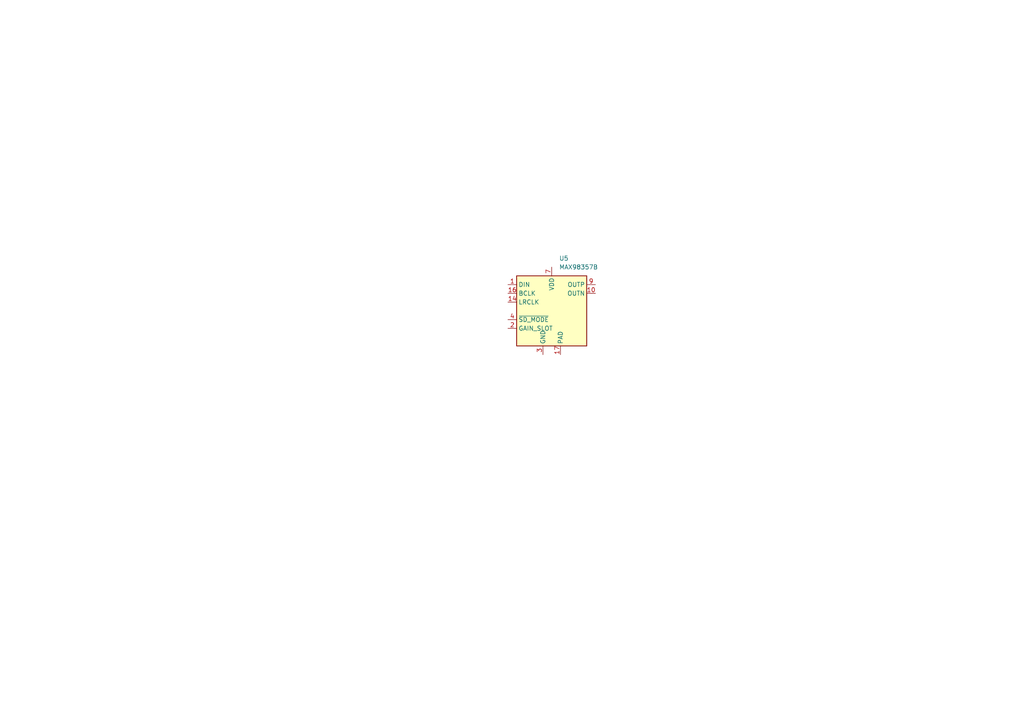
<source format=kicad_sch>
(kicad_sch (version 20250114) (generator "eeschema") (generator_version "9.0")
  (paper "A4")
  (lib_symbols
    (symbol "Audio:MAX98357B"
      (property "Reference" "U" (at -8.89 11.43 0))
      (property "Value" "MAX98357B" (at 10.16 11.43 0))
      (symbol "MAX98357B_1_1"
        (rectangle (start -10.16 10.16) (end 10.16 -10.16) (stroke (width 0.254)) (fill (type background)))
        (pin input line (at -12.7 7.62 0) (length 2.54) (name "DIN") (number "1"))
        (pin input line (at -12.7 5.08 0) (length 2.54) (name "BCLK") (number "16"))
        (pin input line (at -12.7 2.54 0) (length 2.54) (name "LRCLK") (number "14"))
        (pin input line (at -12.7 -2.54 0) (length 2.54) (name "~{SD_MODE}") (number "4"))
        (pin passive line (at -12.7 -5.08 0) (length 2.54) (name "GAIN_SLOT") (number "2"))
        (pin passive line (at -2.54 -12.7 90) (length 2.54) (hide yes) (name "GND") (number "11"))
        (pin passive line (at -2.54 -12.7 90) (length 2.54) (hide yes) (name "GND") (number "15"))
        (pin power_in line (at -2.54 -12.7 90) (length 2.54) (name "GND") (number "3"))
        (pin power_in line (at 0 12.7 270) (length 2.54) (name "VDD") (number "7"))
        (pin passive line (at 0 12.7 270) (length 2.54) (hide yes) (name "VDD") (number "8"))
        (pin unspecified line (at 2.54 -12.7 90) (length 2.54) (name "PAD") (number "17"))
        (pin no_connect line (at 10.16 2.54 180) (length 2.54) (hide yes) (name "NC") (number "5"))
        (pin no_connect line (at 10.16 0 180) (length 2.54) (hide yes) (name "NC") (number "6"))
        (pin no_connect line (at 10.16 -5.08 180) (length 2.54) (hide yes) (name "NC") (number "12"))
        (pin no_connect line (at 10.16 -7.62 180) (length 2.54) (hide yes) (name "NC") (number "13"))
        (pin output line (at 12.7 7.62 180) (length 2.54) (name "OUTP") (number "9"))
        (pin output line (at 12.7 5.08 180) (length 2.54) (name "OUTN") (number "10"))
      )
    )
  )
  (symbol (lib_id "Audio:MAX98357B") (at 160.02 90.17 0) (unit 1)
    (property "Reference" "U5" (at 162.1633 74.93 0) (effects (justify left)))
    (property "Value" "MAX98357B" (at 162.1633 77.47 0) (effects (justify left)))
    (property "Footprint" "Package_DFN_QFN:TQFN-16-1EP_3x3mm_P0.5mm_EP1.23x1.23mm" (effects (hide yes)))
    (property "Datasheet" "https://www.analog.com/media/en/technical-documentation/data-sheets/MAX98357A-MAX98357B.pdf" (effects (hide yes)))
    (property "Description" "Mono DAC with amplifier, I2S, left-justified, TDM, 32-bit, 96khz, 3.2W, TQFP-16" (effects (hide yes)))
  )
)
</source>
